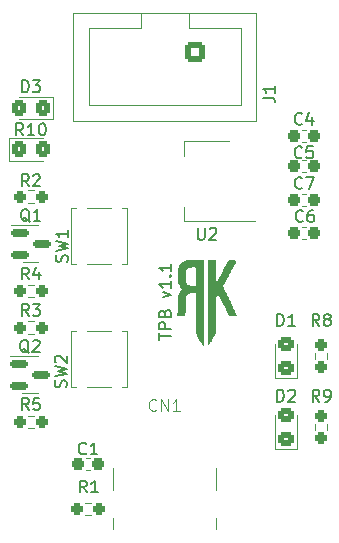
<source format=gto>
%TF.GenerationSoftware,KiCad,Pcbnew,7.0.7*%
%TF.CreationDate,2023-09-20T03:29:36+03:00*%
%TF.ProjectId,TPB v1.1,54504220-7631-42e3-912e-6b696361645f,rev?*%
%TF.SameCoordinates,Original*%
%TF.FileFunction,Legend,Top*%
%TF.FilePolarity,Positive*%
%FSLAX46Y46*%
G04 Gerber Fmt 4.6, Leading zero omitted, Abs format (unit mm)*
G04 Created by KiCad (PCBNEW 7.0.7) date 2023-09-20 03:29:36*
%MOMM*%
%LPD*%
G01*
G04 APERTURE LIST*
G04 Aperture macros list*
%AMRoundRect*
0 Rectangle with rounded corners*
0 $1 Rounding radius*
0 $2 $3 $4 $5 $6 $7 $8 $9 X,Y pos of 4 corners*
0 Add a 4 corners polygon primitive as box body*
4,1,4,$2,$3,$4,$5,$6,$7,$8,$9,$2,$3,0*
0 Add four circle primitives for the rounded corners*
1,1,$1+$1,$2,$3*
1,1,$1+$1,$4,$5*
1,1,$1+$1,$6,$7*
1,1,$1+$1,$8,$9*
0 Add four rect primitives between the rounded corners*
20,1,$1+$1,$2,$3,$4,$5,0*
20,1,$1+$1,$4,$5,$6,$7,0*
20,1,$1+$1,$6,$7,$8,$9,0*
20,1,$1+$1,$8,$9,$2,$3,0*%
%AMOutline4P*
0 Free polygon, 4 corners , with rotation*
0 The origin of the aperture is its center*
0 number of corners: always 4*
0 $1 to $8 corner X, Y*
0 $9 Rotation angle, in degrees counterclockwise*
0 create outline with 4 corners*
4,1,4,$1,$2,$3,$4,$5,$6,$7,$8,$1,$2,$9*%
G04 Aperture macros list end*
%ADD10C,0.150000*%
%ADD11C,0.100000*%
%ADD12C,0.120000*%
%ADD13RoundRect,0.150000X-0.587500X-0.150000X0.587500X-0.150000X0.587500X0.150000X-0.587500X0.150000X0*%
%ADD14R,2.000000X1.500000*%
%ADD15R,2.000000X3.800000*%
%ADD16RoundRect,0.250000X0.450000X-0.325000X0.450000X0.325000X-0.450000X0.325000X-0.450000X-0.325000X0*%
%ADD17RoundRect,0.237500X0.300000X0.237500X-0.300000X0.237500X-0.300000X-0.237500X0.300000X-0.237500X0*%
%ADD18RoundRect,0.237500X-0.300000X-0.237500X0.300000X-0.237500X0.300000X0.237500X-0.300000X0.237500X0*%
%ADD19RoundRect,0.250000X-0.600000X0.600000X-0.600000X-0.600000X0.600000X-0.600000X0.600000X0.600000X0*%
%ADD20C,1.700000*%
%ADD21RoundRect,0.237500X0.250000X0.237500X-0.250000X0.237500X-0.250000X-0.237500X0.250000X-0.237500X0*%
%ADD22RoundRect,0.250000X-0.325000X-0.450000X0.325000X-0.450000X0.325000X0.450000X-0.325000X0.450000X0*%
%ADD23R,1.400000X1.600000*%
%ADD24RoundRect,0.237500X-0.237500X0.250000X-0.237500X-0.250000X0.237500X-0.250000X0.237500X0.250000X0*%
%ADD25RoundRect,0.237500X-0.250000X-0.237500X0.250000X-0.237500X0.250000X0.237500X-0.250000X0.237500X0*%
%ADD26RoundRect,0.250000X0.325000X0.450000X-0.325000X0.450000X-0.325000X-0.450000X0.325000X-0.450000X0*%
%ADD27C,0.700000*%
%ADD28Outline4P,-0.300000X-0.570000X0.300000X-0.570000X0.300000X0.570000X-0.300000X0.570000X0.000000*%
%ADD29Outline4P,-0.150000X-0.570000X0.150000X-0.570000X0.150000X0.570000X-0.150000X0.570000X0.000000*%
%ADD30O,0.900000X2.000000*%
G04 APERTURE END LIST*
D10*
X54269819Y-173606077D02*
X54269819Y-173034649D01*
X55269819Y-173320363D02*
X54269819Y-173320363D01*
X55269819Y-172701315D02*
X54269819Y-172701315D01*
X54269819Y-172701315D02*
X54269819Y-172320363D01*
X54269819Y-172320363D02*
X54317438Y-172225125D01*
X54317438Y-172225125D02*
X54365057Y-172177506D01*
X54365057Y-172177506D02*
X54460295Y-172129887D01*
X54460295Y-172129887D02*
X54603152Y-172129887D01*
X54603152Y-172129887D02*
X54698390Y-172177506D01*
X54698390Y-172177506D02*
X54746009Y-172225125D01*
X54746009Y-172225125D02*
X54793628Y-172320363D01*
X54793628Y-172320363D02*
X54793628Y-172701315D01*
X54746009Y-171367982D02*
X54793628Y-171225125D01*
X54793628Y-171225125D02*
X54841247Y-171177506D01*
X54841247Y-171177506D02*
X54936485Y-171129887D01*
X54936485Y-171129887D02*
X55079342Y-171129887D01*
X55079342Y-171129887D02*
X55174580Y-171177506D01*
X55174580Y-171177506D02*
X55222200Y-171225125D01*
X55222200Y-171225125D02*
X55269819Y-171320363D01*
X55269819Y-171320363D02*
X55269819Y-171701315D01*
X55269819Y-171701315D02*
X54269819Y-171701315D01*
X54269819Y-171701315D02*
X54269819Y-171367982D01*
X54269819Y-171367982D02*
X54317438Y-171272744D01*
X54317438Y-171272744D02*
X54365057Y-171225125D01*
X54365057Y-171225125D02*
X54460295Y-171177506D01*
X54460295Y-171177506D02*
X54555533Y-171177506D01*
X54555533Y-171177506D02*
X54650771Y-171225125D01*
X54650771Y-171225125D02*
X54698390Y-171272744D01*
X54698390Y-171272744D02*
X54746009Y-171367982D01*
X54746009Y-171367982D02*
X54746009Y-171701315D01*
X54603152Y-170034648D02*
X55269819Y-169796553D01*
X55269819Y-169796553D02*
X54603152Y-169558458D01*
X55269819Y-168653696D02*
X55269819Y-169225124D01*
X55269819Y-168939410D02*
X54269819Y-168939410D01*
X54269819Y-168939410D02*
X54412676Y-169034648D01*
X54412676Y-169034648D02*
X54507914Y-169129886D01*
X54507914Y-169129886D02*
X54555533Y-169225124D01*
X55174580Y-168225124D02*
X55222200Y-168177505D01*
X55222200Y-168177505D02*
X55269819Y-168225124D01*
X55269819Y-168225124D02*
X55222200Y-168272743D01*
X55222200Y-168272743D02*
X55174580Y-168225124D01*
X55174580Y-168225124D02*
X55269819Y-168225124D01*
X55269819Y-167225125D02*
X55269819Y-167796553D01*
X55269819Y-167510839D02*
X54269819Y-167510839D01*
X54269819Y-167510839D02*
X54412676Y-167606077D01*
X54412676Y-167606077D02*
X54507914Y-167701315D01*
X54507914Y-167701315D02*
X54555533Y-167796553D01*
X43242261Y-174740057D02*
X43147023Y-174692438D01*
X43147023Y-174692438D02*
X43051785Y-174597200D01*
X43051785Y-174597200D02*
X42908928Y-174454342D01*
X42908928Y-174454342D02*
X42813690Y-174406723D01*
X42813690Y-174406723D02*
X42718452Y-174406723D01*
X42766071Y-174644819D02*
X42670833Y-174597200D01*
X42670833Y-174597200D02*
X42575595Y-174501961D01*
X42575595Y-174501961D02*
X42527976Y-174311485D01*
X42527976Y-174311485D02*
X42527976Y-173978152D01*
X42527976Y-173978152D02*
X42575595Y-173787676D01*
X42575595Y-173787676D02*
X42670833Y-173692438D01*
X42670833Y-173692438D02*
X42766071Y-173644819D01*
X42766071Y-173644819D02*
X42956547Y-173644819D01*
X42956547Y-173644819D02*
X43051785Y-173692438D01*
X43051785Y-173692438D02*
X43147023Y-173787676D01*
X43147023Y-173787676D02*
X43194642Y-173978152D01*
X43194642Y-173978152D02*
X43194642Y-174311485D01*
X43194642Y-174311485D02*
X43147023Y-174501961D01*
X43147023Y-174501961D02*
X43051785Y-174597200D01*
X43051785Y-174597200D02*
X42956547Y-174644819D01*
X42956547Y-174644819D02*
X42766071Y-174644819D01*
X43575595Y-173740057D02*
X43623214Y-173692438D01*
X43623214Y-173692438D02*
X43718452Y-173644819D01*
X43718452Y-173644819D02*
X43956547Y-173644819D01*
X43956547Y-173644819D02*
X44051785Y-173692438D01*
X44051785Y-173692438D02*
X44099404Y-173740057D01*
X44099404Y-173740057D02*
X44147023Y-173835295D01*
X44147023Y-173835295D02*
X44147023Y-173930533D01*
X44147023Y-173930533D02*
X44099404Y-174073390D01*
X44099404Y-174073390D02*
X43527976Y-174644819D01*
X43527976Y-174644819D02*
X44147023Y-174644819D01*
X57538095Y-164154819D02*
X57538095Y-164964342D01*
X57538095Y-164964342D02*
X57585714Y-165059580D01*
X57585714Y-165059580D02*
X57633333Y-165107200D01*
X57633333Y-165107200D02*
X57728571Y-165154819D01*
X57728571Y-165154819D02*
X57919047Y-165154819D01*
X57919047Y-165154819D02*
X58014285Y-165107200D01*
X58014285Y-165107200D02*
X58061904Y-165059580D01*
X58061904Y-165059580D02*
X58109523Y-164964342D01*
X58109523Y-164964342D02*
X58109523Y-164154819D01*
X58538095Y-164250057D02*
X58585714Y-164202438D01*
X58585714Y-164202438D02*
X58680952Y-164154819D01*
X58680952Y-164154819D02*
X58919047Y-164154819D01*
X58919047Y-164154819D02*
X59014285Y-164202438D01*
X59014285Y-164202438D02*
X59061904Y-164250057D01*
X59061904Y-164250057D02*
X59109523Y-164345295D01*
X59109523Y-164345295D02*
X59109523Y-164440533D01*
X59109523Y-164440533D02*
X59061904Y-164583390D01*
X59061904Y-164583390D02*
X58490476Y-165154819D01*
X58490476Y-165154819D02*
X59109523Y-165154819D01*
X64261905Y-172454819D02*
X64261905Y-171454819D01*
X64261905Y-171454819D02*
X64500000Y-171454819D01*
X64500000Y-171454819D02*
X64642857Y-171502438D01*
X64642857Y-171502438D02*
X64738095Y-171597676D01*
X64738095Y-171597676D02*
X64785714Y-171692914D01*
X64785714Y-171692914D02*
X64833333Y-171883390D01*
X64833333Y-171883390D02*
X64833333Y-172026247D01*
X64833333Y-172026247D02*
X64785714Y-172216723D01*
X64785714Y-172216723D02*
X64738095Y-172311961D01*
X64738095Y-172311961D02*
X64642857Y-172407200D01*
X64642857Y-172407200D02*
X64500000Y-172454819D01*
X64500000Y-172454819D02*
X64261905Y-172454819D01*
X65785714Y-172454819D02*
X65214286Y-172454819D01*
X65500000Y-172454819D02*
X65500000Y-171454819D01*
X65500000Y-171454819D02*
X65404762Y-171597676D01*
X65404762Y-171597676D02*
X65309524Y-171692914D01*
X65309524Y-171692914D02*
X65214286Y-171740533D01*
X43304761Y-163650057D02*
X43209523Y-163602438D01*
X43209523Y-163602438D02*
X43114285Y-163507200D01*
X43114285Y-163507200D02*
X42971428Y-163364342D01*
X42971428Y-163364342D02*
X42876190Y-163316723D01*
X42876190Y-163316723D02*
X42780952Y-163316723D01*
X42828571Y-163554819D02*
X42733333Y-163507200D01*
X42733333Y-163507200D02*
X42638095Y-163411961D01*
X42638095Y-163411961D02*
X42590476Y-163221485D01*
X42590476Y-163221485D02*
X42590476Y-162888152D01*
X42590476Y-162888152D02*
X42638095Y-162697676D01*
X42638095Y-162697676D02*
X42733333Y-162602438D01*
X42733333Y-162602438D02*
X42828571Y-162554819D01*
X42828571Y-162554819D02*
X43019047Y-162554819D01*
X43019047Y-162554819D02*
X43114285Y-162602438D01*
X43114285Y-162602438D02*
X43209523Y-162697676D01*
X43209523Y-162697676D02*
X43257142Y-162888152D01*
X43257142Y-162888152D02*
X43257142Y-163221485D01*
X43257142Y-163221485D02*
X43209523Y-163411961D01*
X43209523Y-163411961D02*
X43114285Y-163507200D01*
X43114285Y-163507200D02*
X43019047Y-163554819D01*
X43019047Y-163554819D02*
X42828571Y-163554819D01*
X44209523Y-163554819D02*
X43638095Y-163554819D01*
X43923809Y-163554819D02*
X43923809Y-162554819D01*
X43923809Y-162554819D02*
X43828571Y-162697676D01*
X43828571Y-162697676D02*
X43733333Y-162792914D01*
X43733333Y-162792914D02*
X43638095Y-162840533D01*
X48093333Y-183239580D02*
X48045714Y-183287200D01*
X48045714Y-183287200D02*
X47902857Y-183334819D01*
X47902857Y-183334819D02*
X47807619Y-183334819D01*
X47807619Y-183334819D02*
X47664762Y-183287200D01*
X47664762Y-183287200D02*
X47569524Y-183191961D01*
X47569524Y-183191961D02*
X47521905Y-183096723D01*
X47521905Y-183096723D02*
X47474286Y-182906247D01*
X47474286Y-182906247D02*
X47474286Y-182763390D01*
X47474286Y-182763390D02*
X47521905Y-182572914D01*
X47521905Y-182572914D02*
X47569524Y-182477676D01*
X47569524Y-182477676D02*
X47664762Y-182382438D01*
X47664762Y-182382438D02*
X47807619Y-182334819D01*
X47807619Y-182334819D02*
X47902857Y-182334819D01*
X47902857Y-182334819D02*
X48045714Y-182382438D01*
X48045714Y-182382438D02*
X48093333Y-182430057D01*
X49045714Y-183334819D02*
X48474286Y-183334819D01*
X48760000Y-183334819D02*
X48760000Y-182334819D01*
X48760000Y-182334819D02*
X48664762Y-182477676D01*
X48664762Y-182477676D02*
X48569524Y-182572914D01*
X48569524Y-182572914D02*
X48474286Y-182620533D01*
X66363333Y-155319580D02*
X66315714Y-155367200D01*
X66315714Y-155367200D02*
X66172857Y-155414819D01*
X66172857Y-155414819D02*
X66077619Y-155414819D01*
X66077619Y-155414819D02*
X65934762Y-155367200D01*
X65934762Y-155367200D02*
X65839524Y-155271961D01*
X65839524Y-155271961D02*
X65791905Y-155176723D01*
X65791905Y-155176723D02*
X65744286Y-154986247D01*
X65744286Y-154986247D02*
X65744286Y-154843390D01*
X65744286Y-154843390D02*
X65791905Y-154652914D01*
X65791905Y-154652914D02*
X65839524Y-154557676D01*
X65839524Y-154557676D02*
X65934762Y-154462438D01*
X65934762Y-154462438D02*
X66077619Y-154414819D01*
X66077619Y-154414819D02*
X66172857Y-154414819D01*
X66172857Y-154414819D02*
X66315714Y-154462438D01*
X66315714Y-154462438D02*
X66363333Y-154510057D01*
X67220476Y-154748152D02*
X67220476Y-155414819D01*
X66982381Y-154367200D02*
X66744286Y-155081485D01*
X66744286Y-155081485D02*
X67363333Y-155081485D01*
X63054819Y-153133333D02*
X63769104Y-153133333D01*
X63769104Y-153133333D02*
X63911961Y-153180952D01*
X63911961Y-153180952D02*
X64007200Y-153276190D01*
X64007200Y-153276190D02*
X64054819Y-153419047D01*
X64054819Y-153419047D02*
X64054819Y-153514285D01*
X64054819Y-152133333D02*
X64054819Y-152704761D01*
X64054819Y-152419047D02*
X63054819Y-152419047D01*
X63054819Y-152419047D02*
X63197676Y-152514285D01*
X63197676Y-152514285D02*
X63292914Y-152609523D01*
X63292914Y-152609523D02*
X63340533Y-152704761D01*
X43233333Y-168514819D02*
X42900000Y-168038628D01*
X42661905Y-168514819D02*
X42661905Y-167514819D01*
X42661905Y-167514819D02*
X43042857Y-167514819D01*
X43042857Y-167514819D02*
X43138095Y-167562438D01*
X43138095Y-167562438D02*
X43185714Y-167610057D01*
X43185714Y-167610057D02*
X43233333Y-167705295D01*
X43233333Y-167705295D02*
X43233333Y-167848152D01*
X43233333Y-167848152D02*
X43185714Y-167943390D01*
X43185714Y-167943390D02*
X43138095Y-167991009D01*
X43138095Y-167991009D02*
X43042857Y-168038628D01*
X43042857Y-168038628D02*
X42661905Y-168038628D01*
X44090476Y-167848152D02*
X44090476Y-168514819D01*
X43852381Y-167467200D02*
X43614286Y-168181485D01*
X43614286Y-168181485D02*
X44233333Y-168181485D01*
X42757142Y-156304819D02*
X42423809Y-155828628D01*
X42185714Y-156304819D02*
X42185714Y-155304819D01*
X42185714Y-155304819D02*
X42566666Y-155304819D01*
X42566666Y-155304819D02*
X42661904Y-155352438D01*
X42661904Y-155352438D02*
X42709523Y-155400057D01*
X42709523Y-155400057D02*
X42757142Y-155495295D01*
X42757142Y-155495295D02*
X42757142Y-155638152D01*
X42757142Y-155638152D02*
X42709523Y-155733390D01*
X42709523Y-155733390D02*
X42661904Y-155781009D01*
X42661904Y-155781009D02*
X42566666Y-155828628D01*
X42566666Y-155828628D02*
X42185714Y-155828628D01*
X43709523Y-156304819D02*
X43138095Y-156304819D01*
X43423809Y-156304819D02*
X43423809Y-155304819D01*
X43423809Y-155304819D02*
X43328571Y-155447676D01*
X43328571Y-155447676D02*
X43233333Y-155542914D01*
X43233333Y-155542914D02*
X43138095Y-155590533D01*
X44328571Y-155304819D02*
X44423809Y-155304819D01*
X44423809Y-155304819D02*
X44519047Y-155352438D01*
X44519047Y-155352438D02*
X44566666Y-155400057D01*
X44566666Y-155400057D02*
X44614285Y-155495295D01*
X44614285Y-155495295D02*
X44661904Y-155685771D01*
X44661904Y-155685771D02*
X44661904Y-155923866D01*
X44661904Y-155923866D02*
X44614285Y-156114342D01*
X44614285Y-156114342D02*
X44566666Y-156209580D01*
X44566666Y-156209580D02*
X44519047Y-156257200D01*
X44519047Y-156257200D02*
X44423809Y-156304819D01*
X44423809Y-156304819D02*
X44328571Y-156304819D01*
X44328571Y-156304819D02*
X44233333Y-156257200D01*
X44233333Y-156257200D02*
X44185714Y-156209580D01*
X44185714Y-156209580D02*
X44138095Y-156114342D01*
X44138095Y-156114342D02*
X44090476Y-155923866D01*
X44090476Y-155923866D02*
X44090476Y-155685771D01*
X44090476Y-155685771D02*
X44138095Y-155495295D01*
X44138095Y-155495295D02*
X44185714Y-155400057D01*
X44185714Y-155400057D02*
X44233333Y-155352438D01*
X44233333Y-155352438D02*
X44328571Y-155304819D01*
X66433333Y-163559580D02*
X66385714Y-163607200D01*
X66385714Y-163607200D02*
X66242857Y-163654819D01*
X66242857Y-163654819D02*
X66147619Y-163654819D01*
X66147619Y-163654819D02*
X66004762Y-163607200D01*
X66004762Y-163607200D02*
X65909524Y-163511961D01*
X65909524Y-163511961D02*
X65861905Y-163416723D01*
X65861905Y-163416723D02*
X65814286Y-163226247D01*
X65814286Y-163226247D02*
X65814286Y-163083390D01*
X65814286Y-163083390D02*
X65861905Y-162892914D01*
X65861905Y-162892914D02*
X65909524Y-162797676D01*
X65909524Y-162797676D02*
X66004762Y-162702438D01*
X66004762Y-162702438D02*
X66147619Y-162654819D01*
X66147619Y-162654819D02*
X66242857Y-162654819D01*
X66242857Y-162654819D02*
X66385714Y-162702438D01*
X66385714Y-162702438D02*
X66433333Y-162750057D01*
X67290476Y-162654819D02*
X67100000Y-162654819D01*
X67100000Y-162654819D02*
X67004762Y-162702438D01*
X67004762Y-162702438D02*
X66957143Y-162750057D01*
X66957143Y-162750057D02*
X66861905Y-162892914D01*
X66861905Y-162892914D02*
X66814286Y-163083390D01*
X66814286Y-163083390D02*
X66814286Y-163464342D01*
X66814286Y-163464342D02*
X66861905Y-163559580D01*
X66861905Y-163559580D02*
X66909524Y-163607200D01*
X66909524Y-163607200D02*
X67004762Y-163654819D01*
X67004762Y-163654819D02*
X67195238Y-163654819D01*
X67195238Y-163654819D02*
X67290476Y-163607200D01*
X67290476Y-163607200D02*
X67338095Y-163559580D01*
X67338095Y-163559580D02*
X67385714Y-163464342D01*
X67385714Y-163464342D02*
X67385714Y-163226247D01*
X67385714Y-163226247D02*
X67338095Y-163131009D01*
X67338095Y-163131009D02*
X67290476Y-163083390D01*
X67290476Y-163083390D02*
X67195238Y-163035771D01*
X67195238Y-163035771D02*
X67004762Y-163035771D01*
X67004762Y-163035771D02*
X66909524Y-163083390D01*
X66909524Y-163083390D02*
X66861905Y-163131009D01*
X66861905Y-163131009D02*
X66814286Y-163226247D01*
X46387200Y-177633332D02*
X46434819Y-177490475D01*
X46434819Y-177490475D02*
X46434819Y-177252380D01*
X46434819Y-177252380D02*
X46387200Y-177157142D01*
X46387200Y-177157142D02*
X46339580Y-177109523D01*
X46339580Y-177109523D02*
X46244342Y-177061904D01*
X46244342Y-177061904D02*
X46149104Y-177061904D01*
X46149104Y-177061904D02*
X46053866Y-177109523D01*
X46053866Y-177109523D02*
X46006247Y-177157142D01*
X46006247Y-177157142D02*
X45958628Y-177252380D01*
X45958628Y-177252380D02*
X45911009Y-177442856D01*
X45911009Y-177442856D02*
X45863390Y-177538094D01*
X45863390Y-177538094D02*
X45815771Y-177585713D01*
X45815771Y-177585713D02*
X45720533Y-177633332D01*
X45720533Y-177633332D02*
X45625295Y-177633332D01*
X45625295Y-177633332D02*
X45530057Y-177585713D01*
X45530057Y-177585713D02*
X45482438Y-177538094D01*
X45482438Y-177538094D02*
X45434819Y-177442856D01*
X45434819Y-177442856D02*
X45434819Y-177204761D01*
X45434819Y-177204761D02*
X45482438Y-177061904D01*
X45434819Y-176728570D02*
X46434819Y-176490475D01*
X46434819Y-176490475D02*
X45720533Y-176299999D01*
X45720533Y-176299999D02*
X46434819Y-176109523D01*
X46434819Y-176109523D02*
X45434819Y-175871428D01*
X45530057Y-175538094D02*
X45482438Y-175490475D01*
X45482438Y-175490475D02*
X45434819Y-175395237D01*
X45434819Y-175395237D02*
X45434819Y-175157142D01*
X45434819Y-175157142D02*
X45482438Y-175061904D01*
X45482438Y-175061904D02*
X45530057Y-175014285D01*
X45530057Y-175014285D02*
X45625295Y-174966666D01*
X45625295Y-174966666D02*
X45720533Y-174966666D01*
X45720533Y-174966666D02*
X45863390Y-175014285D01*
X45863390Y-175014285D02*
X46434819Y-175585713D01*
X46434819Y-175585713D02*
X46434819Y-174966666D01*
X48133333Y-186554819D02*
X47800000Y-186078628D01*
X47561905Y-186554819D02*
X47561905Y-185554819D01*
X47561905Y-185554819D02*
X47942857Y-185554819D01*
X47942857Y-185554819D02*
X48038095Y-185602438D01*
X48038095Y-185602438D02*
X48085714Y-185650057D01*
X48085714Y-185650057D02*
X48133333Y-185745295D01*
X48133333Y-185745295D02*
X48133333Y-185888152D01*
X48133333Y-185888152D02*
X48085714Y-185983390D01*
X48085714Y-185983390D02*
X48038095Y-186031009D01*
X48038095Y-186031009D02*
X47942857Y-186078628D01*
X47942857Y-186078628D02*
X47561905Y-186078628D01*
X49085714Y-186554819D02*
X48514286Y-186554819D01*
X48800000Y-186554819D02*
X48800000Y-185554819D01*
X48800000Y-185554819D02*
X48704762Y-185697676D01*
X48704762Y-185697676D02*
X48609524Y-185792914D01*
X48609524Y-185792914D02*
X48514286Y-185840533D01*
X67833333Y-172454819D02*
X67500000Y-171978628D01*
X67261905Y-172454819D02*
X67261905Y-171454819D01*
X67261905Y-171454819D02*
X67642857Y-171454819D01*
X67642857Y-171454819D02*
X67738095Y-171502438D01*
X67738095Y-171502438D02*
X67785714Y-171550057D01*
X67785714Y-171550057D02*
X67833333Y-171645295D01*
X67833333Y-171645295D02*
X67833333Y-171788152D01*
X67833333Y-171788152D02*
X67785714Y-171883390D01*
X67785714Y-171883390D02*
X67738095Y-171931009D01*
X67738095Y-171931009D02*
X67642857Y-171978628D01*
X67642857Y-171978628D02*
X67261905Y-171978628D01*
X68404762Y-171883390D02*
X68309524Y-171835771D01*
X68309524Y-171835771D02*
X68261905Y-171788152D01*
X68261905Y-171788152D02*
X68214286Y-171692914D01*
X68214286Y-171692914D02*
X68214286Y-171645295D01*
X68214286Y-171645295D02*
X68261905Y-171550057D01*
X68261905Y-171550057D02*
X68309524Y-171502438D01*
X68309524Y-171502438D02*
X68404762Y-171454819D01*
X68404762Y-171454819D02*
X68595238Y-171454819D01*
X68595238Y-171454819D02*
X68690476Y-171502438D01*
X68690476Y-171502438D02*
X68738095Y-171550057D01*
X68738095Y-171550057D02*
X68785714Y-171645295D01*
X68785714Y-171645295D02*
X68785714Y-171692914D01*
X68785714Y-171692914D02*
X68738095Y-171788152D01*
X68738095Y-171788152D02*
X68690476Y-171835771D01*
X68690476Y-171835771D02*
X68595238Y-171883390D01*
X68595238Y-171883390D02*
X68404762Y-171883390D01*
X68404762Y-171883390D02*
X68309524Y-171931009D01*
X68309524Y-171931009D02*
X68261905Y-171978628D01*
X68261905Y-171978628D02*
X68214286Y-172073866D01*
X68214286Y-172073866D02*
X68214286Y-172264342D01*
X68214286Y-172264342D02*
X68261905Y-172359580D01*
X68261905Y-172359580D02*
X68309524Y-172407200D01*
X68309524Y-172407200D02*
X68404762Y-172454819D01*
X68404762Y-172454819D02*
X68595238Y-172454819D01*
X68595238Y-172454819D02*
X68690476Y-172407200D01*
X68690476Y-172407200D02*
X68738095Y-172359580D01*
X68738095Y-172359580D02*
X68785714Y-172264342D01*
X68785714Y-172264342D02*
X68785714Y-172073866D01*
X68785714Y-172073866D02*
X68738095Y-171978628D01*
X68738095Y-171978628D02*
X68690476Y-171931009D01*
X68690476Y-171931009D02*
X68595238Y-171883390D01*
X43233333Y-171614819D02*
X42900000Y-171138628D01*
X42661905Y-171614819D02*
X42661905Y-170614819D01*
X42661905Y-170614819D02*
X43042857Y-170614819D01*
X43042857Y-170614819D02*
X43138095Y-170662438D01*
X43138095Y-170662438D02*
X43185714Y-170710057D01*
X43185714Y-170710057D02*
X43233333Y-170805295D01*
X43233333Y-170805295D02*
X43233333Y-170948152D01*
X43233333Y-170948152D02*
X43185714Y-171043390D01*
X43185714Y-171043390D02*
X43138095Y-171091009D01*
X43138095Y-171091009D02*
X43042857Y-171138628D01*
X43042857Y-171138628D02*
X42661905Y-171138628D01*
X43566667Y-170614819D02*
X44185714Y-170614819D01*
X44185714Y-170614819D02*
X43852381Y-170995771D01*
X43852381Y-170995771D02*
X43995238Y-170995771D01*
X43995238Y-170995771D02*
X44090476Y-171043390D01*
X44090476Y-171043390D02*
X44138095Y-171091009D01*
X44138095Y-171091009D02*
X44185714Y-171186247D01*
X44185714Y-171186247D02*
X44185714Y-171424342D01*
X44185714Y-171424342D02*
X44138095Y-171519580D01*
X44138095Y-171519580D02*
X44090476Y-171567200D01*
X44090476Y-171567200D02*
X43995238Y-171614819D01*
X43995238Y-171614819D02*
X43709524Y-171614819D01*
X43709524Y-171614819D02*
X43614286Y-171567200D01*
X43614286Y-171567200D02*
X43566667Y-171519580D01*
X42661905Y-152654819D02*
X42661905Y-151654819D01*
X42661905Y-151654819D02*
X42900000Y-151654819D01*
X42900000Y-151654819D02*
X43042857Y-151702438D01*
X43042857Y-151702438D02*
X43138095Y-151797676D01*
X43138095Y-151797676D02*
X43185714Y-151892914D01*
X43185714Y-151892914D02*
X43233333Y-152083390D01*
X43233333Y-152083390D02*
X43233333Y-152226247D01*
X43233333Y-152226247D02*
X43185714Y-152416723D01*
X43185714Y-152416723D02*
X43138095Y-152511961D01*
X43138095Y-152511961D02*
X43042857Y-152607200D01*
X43042857Y-152607200D02*
X42900000Y-152654819D01*
X42900000Y-152654819D02*
X42661905Y-152654819D01*
X43566667Y-151654819D02*
X44185714Y-151654819D01*
X44185714Y-151654819D02*
X43852381Y-152035771D01*
X43852381Y-152035771D02*
X43995238Y-152035771D01*
X43995238Y-152035771D02*
X44090476Y-152083390D01*
X44090476Y-152083390D02*
X44138095Y-152131009D01*
X44138095Y-152131009D02*
X44185714Y-152226247D01*
X44185714Y-152226247D02*
X44185714Y-152464342D01*
X44185714Y-152464342D02*
X44138095Y-152559580D01*
X44138095Y-152559580D02*
X44090476Y-152607200D01*
X44090476Y-152607200D02*
X43995238Y-152654819D01*
X43995238Y-152654819D02*
X43709524Y-152654819D01*
X43709524Y-152654819D02*
X43614286Y-152607200D01*
X43614286Y-152607200D02*
X43566667Y-152559580D01*
X46477436Y-167033332D02*
X46525055Y-166890475D01*
X46525055Y-166890475D02*
X46525055Y-166652380D01*
X46525055Y-166652380D02*
X46477436Y-166557142D01*
X46477436Y-166557142D02*
X46429816Y-166509523D01*
X46429816Y-166509523D02*
X46334578Y-166461904D01*
X46334578Y-166461904D02*
X46239340Y-166461904D01*
X46239340Y-166461904D02*
X46144102Y-166509523D01*
X46144102Y-166509523D02*
X46096483Y-166557142D01*
X46096483Y-166557142D02*
X46048864Y-166652380D01*
X46048864Y-166652380D02*
X46001245Y-166842856D01*
X46001245Y-166842856D02*
X45953626Y-166938094D01*
X45953626Y-166938094D02*
X45906007Y-166985713D01*
X45906007Y-166985713D02*
X45810769Y-167033332D01*
X45810769Y-167033332D02*
X45715531Y-167033332D01*
X45715531Y-167033332D02*
X45620293Y-166985713D01*
X45620293Y-166985713D02*
X45572674Y-166938094D01*
X45572674Y-166938094D02*
X45525055Y-166842856D01*
X45525055Y-166842856D02*
X45525055Y-166604761D01*
X45525055Y-166604761D02*
X45572674Y-166461904D01*
X45525055Y-166128570D02*
X46525055Y-165890475D01*
X46525055Y-165890475D02*
X45810769Y-165699999D01*
X45810769Y-165699999D02*
X46525055Y-165509523D01*
X46525055Y-165509523D02*
X45525055Y-165271428D01*
X46525055Y-164366666D02*
X46525055Y-164938094D01*
X46525055Y-164652380D02*
X45525055Y-164652380D01*
X45525055Y-164652380D02*
X45667912Y-164747618D01*
X45667912Y-164747618D02*
X45763150Y-164842856D01*
X45763150Y-164842856D02*
X45810769Y-164938094D01*
X67833333Y-178854819D02*
X67500000Y-178378628D01*
X67261905Y-178854819D02*
X67261905Y-177854819D01*
X67261905Y-177854819D02*
X67642857Y-177854819D01*
X67642857Y-177854819D02*
X67738095Y-177902438D01*
X67738095Y-177902438D02*
X67785714Y-177950057D01*
X67785714Y-177950057D02*
X67833333Y-178045295D01*
X67833333Y-178045295D02*
X67833333Y-178188152D01*
X67833333Y-178188152D02*
X67785714Y-178283390D01*
X67785714Y-178283390D02*
X67738095Y-178331009D01*
X67738095Y-178331009D02*
X67642857Y-178378628D01*
X67642857Y-178378628D02*
X67261905Y-178378628D01*
X68309524Y-178854819D02*
X68500000Y-178854819D01*
X68500000Y-178854819D02*
X68595238Y-178807200D01*
X68595238Y-178807200D02*
X68642857Y-178759580D01*
X68642857Y-178759580D02*
X68738095Y-178616723D01*
X68738095Y-178616723D02*
X68785714Y-178426247D01*
X68785714Y-178426247D02*
X68785714Y-178045295D01*
X68785714Y-178045295D02*
X68738095Y-177950057D01*
X68738095Y-177950057D02*
X68690476Y-177902438D01*
X68690476Y-177902438D02*
X68595238Y-177854819D01*
X68595238Y-177854819D02*
X68404762Y-177854819D01*
X68404762Y-177854819D02*
X68309524Y-177902438D01*
X68309524Y-177902438D02*
X68261905Y-177950057D01*
X68261905Y-177950057D02*
X68214286Y-178045295D01*
X68214286Y-178045295D02*
X68214286Y-178283390D01*
X68214286Y-178283390D02*
X68261905Y-178378628D01*
X68261905Y-178378628D02*
X68309524Y-178426247D01*
X68309524Y-178426247D02*
X68404762Y-178473866D01*
X68404762Y-178473866D02*
X68595238Y-178473866D01*
X68595238Y-178473866D02*
X68690476Y-178426247D01*
X68690476Y-178426247D02*
X68738095Y-178378628D01*
X68738095Y-178378628D02*
X68785714Y-178283390D01*
X43233333Y-179574819D02*
X42900000Y-179098628D01*
X42661905Y-179574819D02*
X42661905Y-178574819D01*
X42661905Y-178574819D02*
X43042857Y-178574819D01*
X43042857Y-178574819D02*
X43138095Y-178622438D01*
X43138095Y-178622438D02*
X43185714Y-178670057D01*
X43185714Y-178670057D02*
X43233333Y-178765295D01*
X43233333Y-178765295D02*
X43233333Y-178908152D01*
X43233333Y-178908152D02*
X43185714Y-179003390D01*
X43185714Y-179003390D02*
X43138095Y-179051009D01*
X43138095Y-179051009D02*
X43042857Y-179098628D01*
X43042857Y-179098628D02*
X42661905Y-179098628D01*
X44138095Y-178574819D02*
X43661905Y-178574819D01*
X43661905Y-178574819D02*
X43614286Y-179051009D01*
X43614286Y-179051009D02*
X43661905Y-179003390D01*
X43661905Y-179003390D02*
X43757143Y-178955771D01*
X43757143Y-178955771D02*
X43995238Y-178955771D01*
X43995238Y-178955771D02*
X44090476Y-179003390D01*
X44090476Y-179003390D02*
X44138095Y-179051009D01*
X44138095Y-179051009D02*
X44185714Y-179146247D01*
X44185714Y-179146247D02*
X44185714Y-179384342D01*
X44185714Y-179384342D02*
X44138095Y-179479580D01*
X44138095Y-179479580D02*
X44090476Y-179527200D01*
X44090476Y-179527200D02*
X43995238Y-179574819D01*
X43995238Y-179574819D02*
X43757143Y-179574819D01*
X43757143Y-179574819D02*
X43661905Y-179527200D01*
X43661905Y-179527200D02*
X43614286Y-179479580D01*
X43233333Y-160624819D02*
X42900000Y-160148628D01*
X42661905Y-160624819D02*
X42661905Y-159624819D01*
X42661905Y-159624819D02*
X43042857Y-159624819D01*
X43042857Y-159624819D02*
X43138095Y-159672438D01*
X43138095Y-159672438D02*
X43185714Y-159720057D01*
X43185714Y-159720057D02*
X43233333Y-159815295D01*
X43233333Y-159815295D02*
X43233333Y-159958152D01*
X43233333Y-159958152D02*
X43185714Y-160053390D01*
X43185714Y-160053390D02*
X43138095Y-160101009D01*
X43138095Y-160101009D02*
X43042857Y-160148628D01*
X43042857Y-160148628D02*
X42661905Y-160148628D01*
X43614286Y-159720057D02*
X43661905Y-159672438D01*
X43661905Y-159672438D02*
X43757143Y-159624819D01*
X43757143Y-159624819D02*
X43995238Y-159624819D01*
X43995238Y-159624819D02*
X44090476Y-159672438D01*
X44090476Y-159672438D02*
X44138095Y-159720057D01*
X44138095Y-159720057D02*
X44185714Y-159815295D01*
X44185714Y-159815295D02*
X44185714Y-159910533D01*
X44185714Y-159910533D02*
X44138095Y-160053390D01*
X44138095Y-160053390D02*
X43566667Y-160624819D01*
X43566667Y-160624819D02*
X44185714Y-160624819D01*
X66363333Y-158159580D02*
X66315714Y-158207200D01*
X66315714Y-158207200D02*
X66172857Y-158254819D01*
X66172857Y-158254819D02*
X66077619Y-158254819D01*
X66077619Y-158254819D02*
X65934762Y-158207200D01*
X65934762Y-158207200D02*
X65839524Y-158111961D01*
X65839524Y-158111961D02*
X65791905Y-158016723D01*
X65791905Y-158016723D02*
X65744286Y-157826247D01*
X65744286Y-157826247D02*
X65744286Y-157683390D01*
X65744286Y-157683390D02*
X65791905Y-157492914D01*
X65791905Y-157492914D02*
X65839524Y-157397676D01*
X65839524Y-157397676D02*
X65934762Y-157302438D01*
X65934762Y-157302438D02*
X66077619Y-157254819D01*
X66077619Y-157254819D02*
X66172857Y-157254819D01*
X66172857Y-157254819D02*
X66315714Y-157302438D01*
X66315714Y-157302438D02*
X66363333Y-157350057D01*
X67268095Y-157254819D02*
X66791905Y-157254819D01*
X66791905Y-157254819D02*
X66744286Y-157731009D01*
X66744286Y-157731009D02*
X66791905Y-157683390D01*
X66791905Y-157683390D02*
X66887143Y-157635771D01*
X66887143Y-157635771D02*
X67125238Y-157635771D01*
X67125238Y-157635771D02*
X67220476Y-157683390D01*
X67220476Y-157683390D02*
X67268095Y-157731009D01*
X67268095Y-157731009D02*
X67315714Y-157826247D01*
X67315714Y-157826247D02*
X67315714Y-158064342D01*
X67315714Y-158064342D02*
X67268095Y-158159580D01*
X67268095Y-158159580D02*
X67220476Y-158207200D01*
X67220476Y-158207200D02*
X67125238Y-158254819D01*
X67125238Y-158254819D02*
X66887143Y-158254819D01*
X66887143Y-158254819D02*
X66791905Y-158207200D01*
X66791905Y-158207200D02*
X66744286Y-158159580D01*
X64261905Y-178854819D02*
X64261905Y-177854819D01*
X64261905Y-177854819D02*
X64500000Y-177854819D01*
X64500000Y-177854819D02*
X64642857Y-177902438D01*
X64642857Y-177902438D02*
X64738095Y-177997676D01*
X64738095Y-177997676D02*
X64785714Y-178092914D01*
X64785714Y-178092914D02*
X64833333Y-178283390D01*
X64833333Y-178283390D02*
X64833333Y-178426247D01*
X64833333Y-178426247D02*
X64785714Y-178616723D01*
X64785714Y-178616723D02*
X64738095Y-178711961D01*
X64738095Y-178711961D02*
X64642857Y-178807200D01*
X64642857Y-178807200D02*
X64500000Y-178854819D01*
X64500000Y-178854819D02*
X64261905Y-178854819D01*
X65214286Y-177950057D02*
X65261905Y-177902438D01*
X65261905Y-177902438D02*
X65357143Y-177854819D01*
X65357143Y-177854819D02*
X65595238Y-177854819D01*
X65595238Y-177854819D02*
X65690476Y-177902438D01*
X65690476Y-177902438D02*
X65738095Y-177950057D01*
X65738095Y-177950057D02*
X65785714Y-178045295D01*
X65785714Y-178045295D02*
X65785714Y-178140533D01*
X65785714Y-178140533D02*
X65738095Y-178283390D01*
X65738095Y-178283390D02*
X65166667Y-178854819D01*
X65166667Y-178854819D02*
X65785714Y-178854819D01*
X66363333Y-160759580D02*
X66315714Y-160807200D01*
X66315714Y-160807200D02*
X66172857Y-160854819D01*
X66172857Y-160854819D02*
X66077619Y-160854819D01*
X66077619Y-160854819D02*
X65934762Y-160807200D01*
X65934762Y-160807200D02*
X65839524Y-160711961D01*
X65839524Y-160711961D02*
X65791905Y-160616723D01*
X65791905Y-160616723D02*
X65744286Y-160426247D01*
X65744286Y-160426247D02*
X65744286Y-160283390D01*
X65744286Y-160283390D02*
X65791905Y-160092914D01*
X65791905Y-160092914D02*
X65839524Y-159997676D01*
X65839524Y-159997676D02*
X65934762Y-159902438D01*
X65934762Y-159902438D02*
X66077619Y-159854819D01*
X66077619Y-159854819D02*
X66172857Y-159854819D01*
X66172857Y-159854819D02*
X66315714Y-159902438D01*
X66315714Y-159902438D02*
X66363333Y-159950057D01*
X66696667Y-159854819D02*
X67363333Y-159854819D01*
X67363333Y-159854819D02*
X66934762Y-160854819D01*
D11*
X54009523Y-179562180D02*
X53961904Y-179609800D01*
X53961904Y-179609800D02*
X53819047Y-179657419D01*
X53819047Y-179657419D02*
X53723809Y-179657419D01*
X53723809Y-179657419D02*
X53580952Y-179609800D01*
X53580952Y-179609800D02*
X53485714Y-179514561D01*
X53485714Y-179514561D02*
X53438095Y-179419323D01*
X53438095Y-179419323D02*
X53390476Y-179228847D01*
X53390476Y-179228847D02*
X53390476Y-179085990D01*
X53390476Y-179085990D02*
X53438095Y-178895514D01*
X53438095Y-178895514D02*
X53485714Y-178800276D01*
X53485714Y-178800276D02*
X53580952Y-178705038D01*
X53580952Y-178705038D02*
X53723809Y-178657419D01*
X53723809Y-178657419D02*
X53819047Y-178657419D01*
X53819047Y-178657419D02*
X53961904Y-178705038D01*
X53961904Y-178705038D02*
X54009523Y-178752657D01*
X54438095Y-179657419D02*
X54438095Y-178657419D01*
X54438095Y-178657419D02*
X55009523Y-179657419D01*
X55009523Y-179657419D02*
X55009523Y-178657419D01*
X56009523Y-179657419D02*
X55438095Y-179657419D01*
X55723809Y-179657419D02*
X55723809Y-178657419D01*
X55723809Y-178657419D02*
X55628571Y-178800276D01*
X55628571Y-178800276D02*
X55533333Y-178895514D01*
X55533333Y-178895514D02*
X55438095Y-178943133D01*
D12*
%TO.C,Q2*%
X43337500Y-175030000D02*
X41662500Y-175030000D01*
X43337500Y-175030000D02*
X43987500Y-175030000D01*
X43337500Y-178150000D02*
X42687500Y-178150000D01*
X43337500Y-178150000D02*
X43987500Y-178150000D01*
%TO.C,U2*%
X62400000Y-163610000D02*
X56390000Y-163610000D01*
X60150000Y-156790000D02*
X56390000Y-156790000D01*
X56390000Y-163610000D02*
X56390000Y-162350000D01*
X56390000Y-156790000D02*
X56390000Y-158050000D01*
%TO.C,D1*%
X64040000Y-176860000D02*
X65960000Y-176860000D01*
X65960000Y-176860000D02*
X65960000Y-174000000D01*
X64040000Y-174000000D02*
X64040000Y-176860000D01*
%TO.C,Q1*%
X43400000Y-163940000D02*
X41725000Y-163940000D01*
X43400000Y-163940000D02*
X44050000Y-163940000D01*
X43400000Y-167060000D02*
X42750000Y-167060000D01*
X43400000Y-167060000D02*
X44050000Y-167060000D01*
%TO.C,C1*%
X48406267Y-184660000D02*
X48113733Y-184660000D01*
X48406267Y-183640000D02*
X48113733Y-183640000D01*
%TO.C,G\u002A\u002A\u002A*%
G36*
X58718452Y-166867673D02*
G01*
X59016368Y-166872622D01*
X59060082Y-166915047D01*
X59103797Y-166957472D01*
X59105916Y-167891125D01*
X59108035Y-168824778D01*
X59156298Y-168737306D01*
X59166457Y-168718739D01*
X59183985Y-168686517D01*
X59208335Y-168641652D01*
X59238958Y-168585157D01*
X59275309Y-168518044D01*
X59316838Y-168441325D01*
X59362998Y-168356011D01*
X59413242Y-168263115D01*
X59467022Y-168163648D01*
X59523790Y-168058623D01*
X59583000Y-167949052D01*
X59644102Y-167835946D01*
X59685000Y-167760223D01*
X60165440Y-166870612D01*
X60446296Y-166870612D01*
X60727152Y-166870612D01*
X60764606Y-166934167D01*
X60802060Y-166997723D01*
X60787164Y-167023750D01*
X60776197Y-167043293D01*
X60758345Y-167075590D01*
X60734160Y-167119623D01*
X60704194Y-167174375D01*
X60668997Y-167238829D01*
X60629122Y-167311966D01*
X60585120Y-167392769D01*
X60537543Y-167480219D01*
X60486942Y-167573301D01*
X60433869Y-167670995D01*
X60378875Y-167772283D01*
X60322513Y-167876150D01*
X60265333Y-167981575D01*
X60207887Y-168087543D01*
X60150727Y-168193035D01*
X60094404Y-168297033D01*
X60039470Y-168398520D01*
X59986477Y-168496478D01*
X59935976Y-168589890D01*
X59888518Y-168677737D01*
X59844656Y-168759002D01*
X59804941Y-168832668D01*
X59769924Y-168897716D01*
X59740157Y-168953128D01*
X59716191Y-168997888D01*
X59698579Y-169030978D01*
X59687871Y-169051379D01*
X59684593Y-169058067D01*
X59688106Y-169066404D01*
X59698358Y-169089015D01*
X59714975Y-169125100D01*
X59737582Y-169173858D01*
X59765806Y-169234490D01*
X59799271Y-169306198D01*
X59837604Y-169388180D01*
X59880429Y-169479639D01*
X59927374Y-169579774D01*
X59978063Y-169687786D01*
X60032122Y-169802875D01*
X60089177Y-169924242D01*
X60148854Y-170051087D01*
X60210778Y-170182611D01*
X60260767Y-170288719D01*
X60324208Y-170423355D01*
X60385720Y-170553931D01*
X60444929Y-170679648D01*
X60501458Y-170799706D01*
X60554931Y-170913307D01*
X60604974Y-171019652D01*
X60651209Y-171117941D01*
X60693262Y-171207376D01*
X60730757Y-171287157D01*
X60763318Y-171356487D01*
X60790569Y-171414564D01*
X60812134Y-171460592D01*
X60827639Y-171493770D01*
X60836706Y-171513300D01*
X60839071Y-171518549D01*
X60835976Y-171528622D01*
X60825734Y-171548906D01*
X60810300Y-171575649D01*
X60803956Y-171585964D01*
X60766543Y-171645823D01*
X60479803Y-171643634D01*
X60193063Y-171641445D01*
X59737782Y-170700982D01*
X59680835Y-170583475D01*
X59625816Y-170470194D01*
X59573169Y-170362038D01*
X59523335Y-170259907D01*
X59476758Y-170164697D01*
X59433879Y-170077309D01*
X59395140Y-169998639D01*
X59360985Y-169929586D01*
X59331855Y-169871049D01*
X59308193Y-169823927D01*
X59290442Y-169789117D01*
X59279043Y-169767518D01*
X59274439Y-169760028D01*
X59274434Y-169760028D01*
X59267866Y-169766709D01*
X59254379Y-169785602D01*
X59235419Y-169814503D01*
X59212429Y-169851207D01*
X59186854Y-169893508D01*
X59185181Y-169896324D01*
X59103993Y-170033112D01*
X59103931Y-171557267D01*
X59103868Y-173081423D01*
X58768452Y-173609253D01*
X58714462Y-173694086D01*
X58663000Y-173774704D01*
X58614770Y-173850015D01*
X58570477Y-173918933D01*
X58530825Y-173980366D01*
X58496520Y-174033226D01*
X58468266Y-174076425D01*
X58446768Y-174108872D01*
X58432732Y-174129478D01*
X58426861Y-174137155D01*
X58426785Y-174137181D01*
X58426363Y-174128943D01*
X58425949Y-174104573D01*
X58425543Y-174064604D01*
X58425146Y-174009570D01*
X58424759Y-173940006D01*
X58424383Y-173856445D01*
X58424019Y-173759421D01*
X58423668Y-173649469D01*
X58423331Y-173527122D01*
X58423008Y-173392914D01*
X58422700Y-173247380D01*
X58422409Y-173091053D01*
X58422136Y-172924467D01*
X58421881Y-172748157D01*
X58421644Y-172562656D01*
X58421429Y-172368499D01*
X58421234Y-172166219D01*
X58421061Y-171956350D01*
X58420911Y-171739427D01*
X58420784Y-171515983D01*
X58420683Y-171286552D01*
X58420607Y-171051669D01*
X58420558Y-170811867D01*
X58420536Y-170567681D01*
X58420535Y-170500001D01*
X58420535Y-166862723D01*
X58718452Y-166867673D01*
G37*
G36*
X58037202Y-170501178D02*
G01*
X58037195Y-170800956D01*
X58037174Y-171084489D01*
X58037137Y-171352197D01*
X58037083Y-171604500D01*
X58037011Y-171841821D01*
X58036920Y-172064580D01*
X58036808Y-172273197D01*
X58036674Y-172468094D01*
X58036516Y-172649692D01*
X58036334Y-172818411D01*
X58036126Y-172974672D01*
X58035891Y-173118897D01*
X58035627Y-173251506D01*
X58035334Y-173372920D01*
X58035009Y-173483560D01*
X58034652Y-173583846D01*
X58034262Y-173674201D01*
X58033837Y-173755044D01*
X58033376Y-173826797D01*
X58032877Y-173889880D01*
X58032339Y-173944715D01*
X58031762Y-173991722D01*
X58031143Y-174031322D01*
X58030482Y-174063937D01*
X58029777Y-174089986D01*
X58029027Y-174109891D01*
X58028230Y-174124073D01*
X58027386Y-174132953D01*
X58026493Y-174136951D01*
X58026133Y-174137278D01*
X58019997Y-174130402D01*
X58005719Y-174110507D01*
X57984018Y-174078691D01*
X57955610Y-174036051D01*
X57921212Y-173983686D01*
X57881543Y-173922693D01*
X57837319Y-173854170D01*
X57789259Y-173779216D01*
X57738078Y-173698928D01*
X57684495Y-173614404D01*
X57684468Y-173614362D01*
X57353872Y-173091445D01*
X57353870Y-171384183D01*
X57353868Y-169676921D01*
X57147618Y-169681352D01*
X57066327Y-169683556D01*
X56999157Y-169686602D01*
X56943571Y-169690888D01*
X56897028Y-169696814D01*
X56856990Y-169704776D01*
X56820919Y-169715175D01*
X56786274Y-169728410D01*
X56754053Y-169743152D01*
X56691416Y-169780944D01*
X56639038Y-169828968D01*
X56596402Y-169888127D01*
X56562990Y-169959325D01*
X56538283Y-170043464D01*
X56521764Y-170141447D01*
X56520796Y-170149778D01*
X56519170Y-170172654D01*
X56517653Y-170210490D01*
X56516272Y-170261578D01*
X56515052Y-170324211D01*
X56514021Y-170396682D01*
X56513204Y-170477284D01*
X56512627Y-170564311D01*
X56512317Y-170656054D01*
X56512270Y-170704581D01*
X56512084Y-170810069D01*
X56511572Y-170908669D01*
X56510756Y-170998970D01*
X56509660Y-171079564D01*
X56508306Y-171149040D01*
X56506716Y-171205991D01*
X56504915Y-171249005D01*
X56503054Y-171275414D01*
X56486863Y-171384784D01*
X56461227Y-171489870D01*
X56428943Y-171581643D01*
X56402313Y-171645612D01*
X56117674Y-171645509D01*
X55833035Y-171645407D01*
X55796982Y-171583169D01*
X55760930Y-171520931D01*
X55781721Y-171468688D01*
X55790709Y-171445876D01*
X55798536Y-171424822D01*
X55805294Y-171404227D01*
X55811077Y-171382793D01*
X55815977Y-171359224D01*
X55820089Y-171332222D01*
X55823505Y-171300490D01*
X55826319Y-171262729D01*
X55828622Y-171217642D01*
X55830510Y-171163933D01*
X55832074Y-171100302D01*
X55833407Y-171025454D01*
X55834604Y-170938090D01*
X55835757Y-170836913D01*
X55836959Y-170720625D01*
X55837212Y-170695612D01*
X55838468Y-170576528D01*
X55839691Y-170472863D01*
X55840917Y-170383370D01*
X55842183Y-170306799D01*
X55843524Y-170241905D01*
X55844978Y-170187438D01*
X55846580Y-170142151D01*
X55848366Y-170104797D01*
X55850373Y-170074127D01*
X55852637Y-170048894D01*
X55855194Y-170027851D01*
X55856929Y-170016445D01*
X55882460Y-169889303D01*
X55915379Y-169775970D01*
X55956546Y-169674919D01*
X56006816Y-169584627D01*
X56067048Y-169503567D01*
X56138100Y-169430213D01*
X56220828Y-169363042D01*
X56226711Y-169358795D01*
X56270388Y-169327487D01*
X56218378Y-169289415D01*
X56133472Y-169218552D01*
X56060292Y-169138491D01*
X55998310Y-169048305D01*
X55946997Y-168947067D01*
X55905824Y-168833848D01*
X55874260Y-168707723D01*
X55868064Y-168675471D01*
X55863701Y-168650598D01*
X55860090Y-168627115D01*
X55857158Y-168603176D01*
X55854836Y-168576934D01*
X55853054Y-168546545D01*
X55851739Y-168510161D01*
X55850823Y-168465938D01*
X55850234Y-168412029D01*
X55849902Y-168346589D01*
X55849770Y-168274801D01*
X56512521Y-168274801D01*
X56512826Y-168349068D01*
X56513608Y-168420434D01*
X56514866Y-168486105D01*
X56516598Y-168543288D01*
X56518803Y-168589189D01*
X56521168Y-168618347D01*
X56536687Y-168712942D01*
X56561083Y-168793951D01*
X56595114Y-168862085D01*
X56639538Y-168918057D01*
X56695110Y-168962580D01*
X56762589Y-168996364D01*
X56842732Y-169020124D01*
X56936295Y-169034570D01*
X56966368Y-169037142D01*
X57031669Y-169040932D01*
X57100094Y-169043311D01*
X57167197Y-169044240D01*
X57228535Y-169043678D01*
X57279664Y-169041583D01*
X57297618Y-169040181D01*
X57353868Y-169034868D01*
X57353868Y-168274084D01*
X57353868Y-167513299D01*
X57315684Y-167507573D01*
X57288807Y-167505204D01*
X57249130Y-167503883D01*
X57199598Y-167503516D01*
X57143154Y-167504011D01*
X57082741Y-167505274D01*
X57021304Y-167507213D01*
X56961787Y-167509734D01*
X56907132Y-167512744D01*
X56860285Y-167516151D01*
X56824187Y-167519860D01*
X56801784Y-167523781D01*
X56801645Y-167523819D01*
X56732397Y-167548910D01*
X56673996Y-167583327D01*
X56625741Y-167628069D01*
X56586933Y-167684134D01*
X56556872Y-167752523D01*
X56534857Y-167834234D01*
X56520796Y-167924778D01*
X56518206Y-167957766D01*
X56516103Y-168004620D01*
X56514484Y-168062544D01*
X56513349Y-168128745D01*
X56512695Y-168200429D01*
X56512521Y-168274801D01*
X55849770Y-168274801D01*
X55849757Y-168267772D01*
X55849727Y-168195612D01*
X55849802Y-168102174D01*
X55850078Y-168023587D01*
X55850613Y-167958035D01*
X55851462Y-167903701D01*
X55852685Y-167858770D01*
X55854337Y-167821426D01*
X55856475Y-167789854D01*
X55859157Y-167762237D01*
X55862440Y-167736759D01*
X55864591Y-167722572D01*
X55893133Y-167584300D01*
X55932949Y-167458229D01*
X55984009Y-167344392D01*
X56046285Y-167242826D01*
X56119749Y-167153566D01*
X56204371Y-167076648D01*
X56300123Y-167012106D01*
X56406978Y-166959977D01*
X56506684Y-166925403D01*
X56535921Y-166917017D01*
X56563133Y-166909570D01*
X56589460Y-166903000D01*
X56616042Y-166897245D01*
X56644019Y-166892242D01*
X56674533Y-166887930D01*
X56708724Y-166884245D01*
X56747733Y-166881125D01*
X56792699Y-166878510D01*
X56844764Y-166876335D01*
X56905067Y-166874539D01*
X56974750Y-166873060D01*
X57054954Y-166871835D01*
X57146817Y-166870802D01*
X57251482Y-166869899D01*
X57370089Y-166869064D01*
X57503778Y-166868233D01*
X57560118Y-166867898D01*
X58037202Y-166865077D01*
X58037202Y-170501178D01*
G37*
%TO.C,C4*%
X66383733Y-155880000D02*
X66676267Y-155880000D01*
X66383733Y-156900000D02*
X66676267Y-156900000D01*
%TO.C,J1*%
X62505000Y-145957500D02*
X62505000Y-155077500D01*
X56805000Y-145957500D02*
X56805000Y-147267500D01*
X47005000Y-145957500D02*
X62505000Y-145957500D01*
X61205000Y-147267500D02*
X61205000Y-153767500D01*
X56805000Y-147267500D02*
X61205000Y-147267500D01*
X52705000Y-147267500D02*
X52705000Y-145957500D01*
X52705000Y-147267500D02*
X52705000Y-147267500D01*
X48305000Y-147267500D02*
X52705000Y-147267500D01*
X61205000Y-153767500D02*
X48305000Y-153767500D01*
X48305000Y-153767500D02*
X48305000Y-147267500D01*
X62505000Y-155077500D02*
X47005000Y-155077500D01*
X47005000Y-155077500D02*
X47005000Y-145957500D01*
%TO.C,R4*%
X43654724Y-170022500D02*
X43145276Y-170022500D01*
X43654724Y-168977500D02*
X43145276Y-168977500D01*
%TO.C,R10*%
X41540000Y-156540000D02*
X41540000Y-158460000D01*
X41540000Y-158460000D02*
X44400000Y-158460000D01*
X44400000Y-156540000D02*
X41540000Y-156540000D01*
%TO.C,C6*%
X66383733Y-164090000D02*
X66676267Y-164090000D01*
X66383733Y-165110000D02*
X66676267Y-165110000D01*
%TO.C,SW2*%
X46810000Y-177630000D02*
X47210000Y-177630000D01*
X46810000Y-177630000D02*
X46810000Y-172890000D01*
X50210000Y-177630000D02*
X48150000Y-177630000D01*
X51550000Y-177630000D02*
X51150000Y-177630000D01*
X51550000Y-177630000D02*
X51550000Y-172890000D01*
X46810000Y-172890000D02*
X47210000Y-172890000D01*
X50210000Y-172890000D02*
X48150000Y-172890000D01*
X51550000Y-172890000D02*
X51150000Y-172890000D01*
%TO.C,R1*%
X48514724Y-188482500D02*
X48005276Y-188482500D01*
X48514724Y-187437500D02*
X48005276Y-187437500D01*
%TO.C,R8*%
X68522500Y-174745276D02*
X68522500Y-175254724D01*
X67477500Y-174745276D02*
X67477500Y-175254724D01*
%TO.C,R3*%
X43145276Y-172067500D02*
X43654724Y-172067500D01*
X43145276Y-173112500D02*
X43654724Y-173112500D01*
%TO.C,D3*%
X45260000Y-154960000D02*
X45260000Y-153040000D01*
X45260000Y-153040000D02*
X42400000Y-153040000D01*
X42400000Y-154960000D02*
X45260000Y-154960000D01*
%TO.C,SW1*%
X46810000Y-167240000D02*
X47210000Y-167240000D01*
X46810000Y-167240000D02*
X46810000Y-162500000D01*
X50210000Y-167240000D02*
X48150000Y-167240000D01*
X51550000Y-167240000D02*
X51150000Y-167240000D01*
X51550000Y-167240000D02*
X51550000Y-162500000D01*
X46810000Y-162500000D02*
X47210000Y-162500000D01*
X50210000Y-162500000D02*
X48150000Y-162500000D01*
X51550000Y-162500000D02*
X51150000Y-162500000D01*
%TO.C,R9*%
X68522500Y-180745276D02*
X68522500Y-181254724D01*
X67477500Y-180745276D02*
X67477500Y-181254724D01*
%TO.C,R5*%
X43654724Y-181112500D02*
X43145276Y-181112500D01*
X43654724Y-180067500D02*
X43145276Y-180067500D01*
%TO.C,R2*%
X43654724Y-162022500D02*
X43145276Y-162022500D01*
X43654724Y-160977500D02*
X43145276Y-160977500D01*
%TO.C,C5*%
X66383733Y-158420000D02*
X66676267Y-158420000D01*
X66383733Y-159440000D02*
X66676267Y-159440000D01*
%TO.C,D2*%
X64040000Y-182860000D02*
X65960000Y-182860000D01*
X65960000Y-182860000D02*
X65960000Y-180000000D01*
X64040000Y-180000000D02*
X64040000Y-182860000D01*
%TO.C,C7*%
X66383733Y-161260000D02*
X66676267Y-161260000D01*
X66383733Y-162280000D02*
X66676267Y-162280000D01*
D11*
%TO.C,CN1*%
X50375000Y-186387313D02*
X50375000Y-184487313D01*
X50375000Y-189687313D02*
X50375000Y-188687313D01*
X59075000Y-184487313D02*
X59075000Y-186387313D01*
X59075000Y-188687313D02*
X59075000Y-189687313D01*
%TD*%
%LPC*%
D13*
%TO.C,Q2*%
X42400000Y-175640000D03*
X42400000Y-177540000D03*
X44275000Y-176590000D03*
%TD*%
D14*
%TO.C,U2*%
X61450000Y-162500000D03*
X61450000Y-160200000D03*
D15*
X55150000Y-160200000D03*
D14*
X61450000Y-157900000D03*
%TD*%
D16*
%TO.C,D1*%
X65000000Y-176025000D03*
X65000000Y-173975000D03*
%TD*%
D13*
%TO.C,Q1*%
X42462500Y-164550000D03*
X42462500Y-166450000D03*
X44337500Y-165500000D03*
%TD*%
D17*
%TO.C,C1*%
X49122500Y-184150000D03*
X47397500Y-184150000D03*
%TD*%
D18*
%TO.C,C4*%
X65667500Y-156390000D03*
X67392500Y-156390000D03*
%TD*%
D19*
%TO.C,J1*%
X57295000Y-149247500D03*
D20*
X57295000Y-151787500D03*
X54755000Y-149247500D03*
X54755000Y-151787500D03*
X52215000Y-149247500D03*
X52215000Y-151787500D03*
%TD*%
D21*
%TO.C,R4*%
X44312500Y-169500000D03*
X42487500Y-169500000D03*
%TD*%
D22*
%TO.C,R10*%
X42375000Y-157500000D03*
X44425000Y-157500000D03*
%TD*%
D18*
%TO.C,C6*%
X65667500Y-164600000D03*
X67392500Y-164600000D03*
%TD*%
D23*
%TO.C,SW2*%
X47680000Y-178860000D03*
X47680000Y-171660000D03*
X50680000Y-178860000D03*
X50680000Y-171660000D03*
%TD*%
D21*
%TO.C,R1*%
X49172500Y-187960000D03*
X47347500Y-187960000D03*
%TD*%
D24*
%TO.C,R8*%
X68000000Y-174087500D03*
X68000000Y-175912500D03*
%TD*%
D25*
%TO.C,R3*%
X42487500Y-172590000D03*
X44312500Y-172590000D03*
%TD*%
D26*
%TO.C,D3*%
X44425000Y-154000000D03*
X42375000Y-154000000D03*
%TD*%
D23*
%TO.C,SW1*%
X47680000Y-168470000D03*
X47680000Y-161270000D03*
X50680000Y-168470000D03*
X50680000Y-161270000D03*
%TD*%
D24*
%TO.C,R9*%
X68000000Y-180087500D03*
X68000000Y-181912500D03*
%TD*%
D21*
%TO.C,R5*%
X44312500Y-180590000D03*
X42487500Y-180590000D03*
%TD*%
%TO.C,R2*%
X44312500Y-161500000D03*
X42487500Y-161500000D03*
%TD*%
D18*
%TO.C,C5*%
X65667500Y-158930000D03*
X67392500Y-158930000D03*
%TD*%
D16*
%TO.C,D2*%
X65000000Y-182025000D03*
X65000000Y-179975000D03*
%TD*%
D18*
%TO.C,C7*%
X65667500Y-161770000D03*
X67392500Y-161770000D03*
%TD*%
D27*
%TO.C,CN1*%
X51975000Y-183877313D03*
X57775000Y-183877313D03*
D28*
X51645000Y-182797313D03*
X52445000Y-182797313D03*
D29*
X53595000Y-182797313D03*
X54595000Y-182797313D03*
X55095000Y-182797313D03*
X56095000Y-182797313D03*
D28*
X58045000Y-182797313D03*
X57245000Y-182797313D03*
D29*
X56595000Y-182797313D03*
X55595000Y-182797313D03*
X54095000Y-182797313D03*
X53095000Y-182797313D03*
D30*
X50425000Y-183387313D03*
X59075000Y-183387313D03*
X50425000Y-187557313D03*
X59075000Y-187557313D03*
%TD*%
%LPD*%
M02*

</source>
